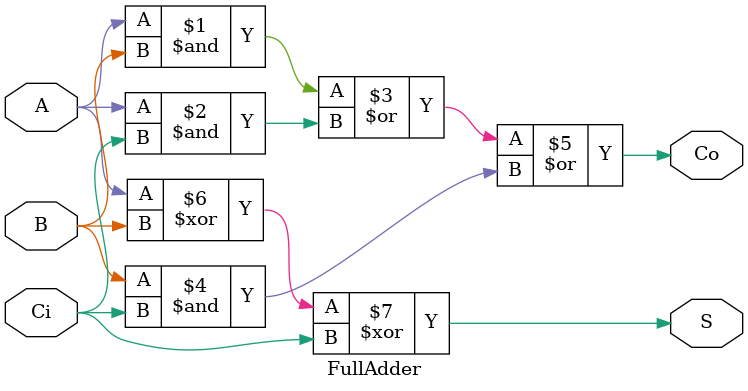
<source format=v>
module FullAdder(input A, input B, input Ci, output S, output Co);
 assign Co = (A & B) | (A & Ci) | (B & Ci);
 assign S = (A ^ B) ^ Ci;
endmodule

</source>
